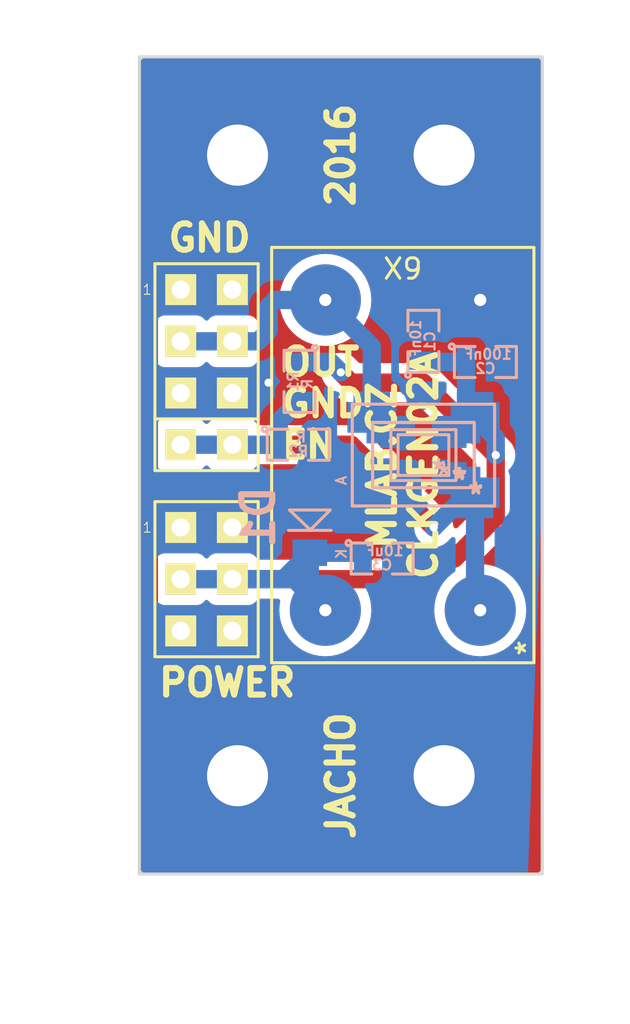
<source format=kicad_pcb>
(kicad_pcb (version 20221018) (generator pcbnew)
  (layers (0 "F.Cu" signal) (31 "B.Cu" signal) (34 "B.Paste" user) (35 "F.Paste" user) (36 "B.SilkS" user "B.Silkscreen") (37 "F.SilkS" user "F.Silkscreen") (38 "B.Mask" user) (39 "F.Mask" user) (44 "Edge.Cuts" user))
  (net 0 "")
  (net 1 "VCC")
  (net 2 "GND")
  (net 3 "/EN")
  (net 4 "/OUT")
  (footprint "Mlab_Pin_Headers:Straight_2x03" (layer "F.Cu") (at 3.556 -14.732)
    (fp_text reference "J1" hide)
    (fp_text value "JUMP_3X2" hide)
    (fp_text user "1" (at -2.921 -2.54) (layer "F.SilkS") (effects (font (size 0.5 0.5) (thickness 0.05))))
    (fp_line (start -2.54 -3.81) (end 2.54 -3.81) (stroke (width 0.15)) (layer "F.SilkS"))
    (fp_line (start -2.54 3.81) (end -2.54 -3.81) (stroke (width 0.15)) (layer "F.SilkS"))
    (fp_line (start 2.54 -3.81) (end 2.54 3.81) (stroke (width 0.15)) (layer "F.SilkS"))
    (fp_line (start 2.54 3.81) (end -2.54 3.81) (stroke (width 0.15)) (layer "F.SilkS"))
    (pad "1" thru_hole rect (at -1.27 -2.54) (size 1.524 1.524) (drill 0.889) (layers "*.Cu" "*.Mask" "F.SilkS") (net 2 "GND"))
    (pad "2" thru_hole rect (at 1.27 -2.54) (size 1.524 1.524) (drill 0.889) (layers "*.Cu" "*.Mask" "F.SilkS") (net 2 "GND"))
    (pad "3" thru_hole rect (at -1.27 0) (size 1.524 1.524) (drill 0.889) (layers "*.Cu" "*.Mask" "F.SilkS") (net 1 "VCC"))
    (pad "4" thru_hole rect (at 1.27 0) (size 1.524 1.524) (drill 0.889) (layers "*.Cu" "*.Mask" "F.SilkS") (net 1 "VCC"))
    (pad "5" thru_hole rect (at -1.27 2.54) (size 1.524 1.524) (drill 0.889) (layers "*.Cu" "*.Mask" "F.SilkS") (net 2 "GND"))
    (pad "6" thru_hole rect (at 1.27 2.54) (size 1.524 1.524) (drill 0.889) (layers "*.Cu" "*.Mask" "F.SilkS") (net 2 "GND"))
  )
  (footprint "Mlab_Pin_Headers:Straight_2x03" (layer "F.Cu") (at 3.556 -26.416)
    (fp_text reference "J3" hide)
    (fp_text value "JUMP_3X2" hide)
    (fp_text user "1" (at -2.921 -2.54) (layer "F.SilkS") (effects (font (size 0.5 0.5) (thickness 0.05))))
    (fp_line (start -2.54 -3.81) (end 2.54 -3.81) (stroke (width 0.15)) (layer "F.SilkS"))
    (fp_line (start -2.54 3.81) (end -2.54 -3.81) (stroke (width 0.15)) (layer "F.SilkS"))
    (fp_line (start 2.54 -3.81) (end 2.54 3.81) (stroke (width 0.15)) (layer "F.SilkS"))
    (fp_line (start 2.54 3.81) (end -2.54 3.81) (stroke (width 0.15)) (layer "F.SilkS"))
    (pad "1" thru_hole rect (at -1.27 -2.54) (size 1.524 1.524) (drill 0.889) (layers "*.Cu" "*.Mask" "F.SilkS") (net 2 "GND"))
    (pad "2" thru_hole rect (at 1.27 -2.54) (size 1.524 1.524) (drill 0.889) (layers "*.Cu" "*.Mask" "F.SilkS") (net 2 "GND"))
    (pad "3" thru_hole rect (at -1.27 0) (size 1.524 1.524) (drill 0.889) (layers "*.Cu" "*.Mask" "F.SilkS") (net 4 "/OUT"))
    (pad "4" thru_hole rect (at 1.27 0) (size 1.524 1.524) (drill 0.889) (layers "*.Cu" "*.Mask" "F.SilkS") (net 4 "/OUT"))
    (pad "5" thru_hole rect (at -1.27 2.54) (size 1.524 1.524) (drill 0.889) (layers "*.Cu" "*.Mask" "F.SilkS") (net 2 "GND"))
    (pad "6" thru_hole rect (at 1.27 2.54) (size 1.524 1.524) (drill 0.889) (layers "*.Cu" "*.Mask" "F.SilkS") (net 2 "GND"))
  )
  (footprint "Mlab_Mechanical:MountingHole_3mm" (layer "F.Cu") (at 5.08 -5.08)
    (fp_text reference "M1" hide)
    (fp_text value "HOLE" hide)
    (pad "1" thru_hole circle (at 0 0) (size 6 6) (drill 3) (layers "*.Cu" "*.Adhes" "*.Mask") (net 2 "GND") (clearance 1))
  )
  (footprint "Mlab_Mechanical:MountingHole_3mm" (layer "F.Cu") (at 5.08 -35.56)
    (fp_text reference "M2" hide)
    (fp_text value "HOLE" hide)
    (pad "1" thru_hole circle (at 0 0) (size 6 6) (drill 3) (layers "*.Cu" "*.Adhes" "*.Mask") (net 2 "GND") (clearance 1))
  )
  (footprint "Mlab_Mechanical:MountingHole_3mm" (layer "F.Cu") (at 15.24 -5.08)
    (fp_text reference "M3" hide)
    (fp_text value "HOLE" hide)
    (pad "1" thru_hole circle (at 0 0) (size 6 6) (drill 3) (layers "*.Cu" "*.Adhes" "*.Mask") (net 2 "GND") (clearance 1))
  )
  (footprint "Mlab_Mechanical:MountingHole_3mm" (layer "F.Cu") (at 15.24 -35.56)
    (fp_text reference "M4" hide)
    (fp_text value "HOLE" hide)
    (pad "1" thru_hole circle (at 0 0) (size 6 6) (drill 3) (layers "*.Cu" "*.Adhes" "*.Mask") (net 2 "GND") (clearance 1))
  )
  (footprint "Mlab_XTAL:OSC-F" (layer "F.Cu") (at 13.208 -20.828 90)
    (fp_text reference "X9" (at 9.144 0 180) (layer "F.SilkS"))
    (fp_text value "OSC-F" hide)
    (fp_text user "*" (at -9.4742 6.1087 90) (layer "F.SilkS"))
    (fp_line (start -10.2 -6.45) (end 10.2 -6.45) (stroke (width 0.15)) (layer "F.SilkS"))
    (fp_line (start -10.2 6.45) (end -10.2 -6.45) (stroke (width 0.15)) (layer "F.SilkS"))
    (fp_line (start 10.2 -6.45) (end 10.2 6.45) (stroke (width 0.15)) (layer "F.SilkS"))
    (fp_line (start 10.2 6.45) (end -10.2 6.45) (stroke (width 0.15)) (layer "F.SilkS"))
    (pad "1" thru_hole circle (at -7.62 3.81 90) (size 3.5 3.5) (drill 0.6) (layers "*.Cu" "*.Mask") (net 3 "/EN"))
    (pad "2" thru_hole circle (at 7.62 3.81 90) (size 3.5 3.5) (drill 0.6) (layers "*.Cu" "*.Mask") (net 2 "GND"))
    (pad "3" thru_hole circle (at 7.62 -3.81 90) (size 3.5 3.5) (drill 0.6) (layers "*.Cu" "*.Mask") (net 4 "/OUT"))
    (pad "4" thru_hole circle (at -7.62 -3.81 90) (size 3.5 3.5) (drill 0.6) (layers "*.Cu" "*.Mask") (net 1 "VCC"))
  )
  (footprint "Mlab_Pin_Headers:Straight_1x02" (layer "F.Cu") (at 3.556 -21.336 90)
    (fp_text reference "J2" hide)
    (fp_text value "JUMP_2x1" hide)
    (fp_line (start -1.27 -2.54) (end 1.27 -2.54) (stroke (width 0.15)) (layer "F.SilkS"))
    (fp_line (start -1.27 2.54) (end -1.27 -2.54) (stroke (width 0.15)) (layer "F.SilkS"))
    (fp_line (start 1.27 -2.54) (end 1.27 2.54) (stroke (width 0.15)) (layer "F.SilkS"))
    (fp_line (start 1.27 2.54) (end -1.27 2.54) (stroke (width 0.15)) (layer "F.SilkS"))
    (pad "1" thru_hole rect (at 0 -1.27 90) (size 1.524 1.524) (drill 0.889) (layers "*.Cu" "*.Mask" "F.SilkS") (net 3 "/EN"))
    (pad "2" thru_hole rect (at 0 1.27 90) (size 1.524 1.524) (drill 0.889) (layers "*.Cu" "*.Mask" "F.SilkS") (net 3 "/EN"))
  )
  (footprint "Mlab_R:SMD-0805" (layer "B.Cu") (at 14.224 -26.416 90)
    (fp_text reference "C1" (at 0 0.3175 90) (layer "B.SilkS") (effects (font (size 0.50038 0.50038) (thickness 0.10922)) (justify mirror)))
    (fp_text value "10nF" (at 0.127 -0.381 90) (layer "B.SilkS") (effects (font (size 0.50038 0.50038) (thickness 0.10922)) (justify mirror)))
    (fp_line (start -1.524 -0.762) (end -1.524 0.762) (stroke (width 0.15)) (layer "B.SilkS"))
    (fp_line (start -1.524 0.762) (end -0.508 0.762) (stroke (width 0.15)) (layer "B.SilkS"))
    (fp_line (start -0.508 -0.762) (end -1.524 -0.762) (stroke (width 0.15)) (layer "B.SilkS"))
    (fp_line (start 0.508 0.762) (end 1.524 0.762) (stroke (width 0.15)) (layer "B.SilkS"))
    (fp_line (start 1.524 -0.762) (end 0.508 -0.762) (stroke (width 0.15)) (layer "B.SilkS"))
    (fp_line (start 1.524 0.762) (end 1.524 -0.762) (stroke (width 0.15)) (layer "B.SilkS"))
    (fp_circle (center -1.651 -0.762) (end -1.651 -0.635) (stroke (width 0.15)) (fill none) (layer "B.SilkS"))
    (pad "1" smd rect (at -0.9525 0 90) (size 0.889 1.397) (layers "B.Cu" "B.Paste" "B.Mask") (net 1 "VCC"))
    (pad "2" smd rect (at 0.9525 0 90) (size 0.889 1.397) (layers "B.Cu" "B.Paste" "B.Mask") (net 2 "GND"))
  )
  (footprint "Mlab_R:SMD-0805" (layer "B.Cu") (at 17.272 -25.4)
    (fp_text reference "C2" (at 0 0.3175) (layer "B.SilkS") (effects (font (size 0.50038 0.50038) (thickness 0.10922)) (justify mirror)))
    (fp_text value "100nF" (at 0.127 -0.381) (layer "B.SilkS") (effects (font (size 0.50038 0.50038) (thickness 0.10922)) (justify mirror)))
    (fp_line (start -1.524 -0.762) (end -1.524 0.762) (stroke (width 0.15)) (layer "B.SilkS"))
    (fp_line (start -1.524 0.762) (end -0.508 0.762) (stroke (width 0.15)) (layer "B.SilkS"))
    (fp_line (start -0.508 -0.762) (end -1.524 -0.762) (stroke (width 0.15)) (layer "B.SilkS"))
    (fp_line (start 0.508 0.762) (end 1.524 0.762) (stroke (width 0.15)) (layer "B.SilkS"))
    (fp_line (start 1.524 -0.762) (end 0.508 -0.762) (stroke (width 0.15)) (layer "B.SilkS"))
    (fp_line (start 1.524 0.762) (end 1.524 -0.762) (stroke (width 0.15)) (layer "B.SilkS"))
    (fp_circle (center -1.651 -0.762) (end -1.651 -0.635) (stroke (width 0.15)) (fill none) (layer "B.SilkS"))
    (pad "1" smd rect (at -0.9525 0) (size 0.889 1.397) (layers "B.Cu" "B.Paste" "B.Mask") (net 1 "VCC"))
    (pad "2" smd rect (at 0.9525 0) (size 0.889 1.397) (layers "B.Cu" "B.Paste" "B.Mask") (net 2 "GND"))
  )
  (footprint "Mlab_R:SMD-0805" (layer "B.Cu") (at 12.192 -15.748)
    (fp_text reference "C3" (at 0 0.3175) (layer "B.SilkS") (effects (font (size 0.50038 0.50038) (thickness 0.10922)) (justify mirror)))
    (fp_text value "10uF" (at 0.127 -0.381) (layer "B.SilkS") (effects (font (size 0.50038 0.50038) (thickness 0.10922)) (justify mirror)))
    (fp_line (start -1.524 -0.762) (end -1.524 0.762) (stroke (width 0.15)) (layer "B.SilkS"))
    (fp_line (start -1.524 0.762) (end -0.508 0.762) (stroke (width 0.15)) (layer "B.SilkS"))
    (fp_line (start -0.508 -0.762) (end -1.524 -0.762) (stroke (width 0.15)) (layer "B.SilkS"))
    (fp_line (start 0.508 0.762) (end 1.524 0.762) (stroke (width 0.15)) (layer "B.SilkS"))
    (fp_line (start 1.524 -0.762) (end 0.508 -0.762) (stroke (width 0.15)) (layer "B.SilkS"))
    (fp_line (start 1.524 0.762) (end 1.524 -0.762) (stroke (width 0.15)) (layer "B.SilkS"))
    (fp_circle (center -1.651 -0.762) (end -1.651 -0.635) (stroke (width 0.15)) (fill none) (layer "B.SilkS"))
    (pad "1" smd rect (at -0.9525 0) (size 0.889 1.397) (layers "B.Cu" "B.Paste" "B.Mask") (net 1 "VCC"))
    (pad "2" smd rect (at 0.9525 0) (size 0.889 1.397) (layers "B.Cu" "B.Paste" "B.Mask") (net 2 "GND"))
  )
  (footprint "Mlab_D:Diode-MiniMELF_Standard" (layer "B.Cu") (at 8.636 -17.78 -90)
    (fp_text reference "D1" (at 0 2.54 270) (layer "B.SilkS") (effects (font (size 1.524 1.524) (thickness 0.3048)) (justify mirror)))
    (fp_text value "BZV55C" hide)
    (fp_text user "A" (at -1.80086 -1.5494 270) (layer "B.SilkS") (effects (font (size 0.50038 0.50038) (thickness 0.09906)) (justify mirror)))
    (fp_text user "K" (at 1.80086 -1.5494 270) (layer "B.SilkS") (effects (font (size 0.50038 0.50038) (thickness 0.09906)) (justify mirror)))
    (fp_line (start -0.35052 -1.00076) (end 0.65024 0) (stroke (width 0.15)) (layer "B.SilkS"))
    (fp_line (start -0.35052 1.00076) (end -0.35052 -1.00076) (stroke (width 0.15)) (layer "B.SilkS"))
    (fp_line (start 0.65024 -0.0508) (end -0.35052 1.00076) (stroke (width 0.15)) (layer "B.SilkS"))
    (fp_line (start 0.65024 1.04902) (end 0.65024 -1.04902) (stroke (width 0.15)) (layer "B.SilkS"))
    (pad "1" smd rect (at 1.75006 0 270) (size 1.30048 1.69926) (layers "B.Cu" "B.Paste" "B.Mask") (net 1 "VCC"))
    (pad "2" smd rect (at -1.75006 0 270) (size 1.30048 1.69926) (layers "B.Cu" "B.Paste" "B.Mask") (net 2 "GND"))
  )
  (footprint "Mlab_R:SMD-0805" (layer "B.Cu") (at 8.128 -24.4475 -90)
    (fp_text reference "R1" (at 0 0.3175 270) (layer "B.SilkS") (effects (font (size 0.50038 0.50038) (thickness 0.10922)) (justify mirror)))
    (fp_text value "R" (at 0.127 -0.381 270) (layer "B.SilkS") (effects (font (size 0.50038 0.50038) (thickness 0.10922)) (justify mirror)))
    (fp_line (start -1.524 -0.762) (end -1.524 0.762) (stroke (width 0.15)) (layer "B.SilkS"))
    (fp_line (start -1.524 0.762) (end -0.508 0.762) (stroke (width 0.15)) (layer "B.SilkS"))
    (fp_line (start -0.508 -0.762) (end -1.524 -0.762) (stroke (width 0.15)) (layer "B.SilkS"))
    (fp_line (start 0.508 0.762) (end 1.524 0.762) (stroke (width 0.15)) (layer "B.SilkS"))
    (fp_line (start 1.524 -0.762) (end 0.508 -0.762) (stroke (width 0.15)) (layer "B.SilkS"))
    (fp_line (start 1.524 0.762) (end 1.524 -0.762) (stroke (width 0.15)) (layer "B.SilkS"))
    (fp_circle (center -1.651 -0.762) (end -1.651 -0.635) (stroke (width 0.15)) (fill none) (layer "B.SilkS"))
    (pad "1" smd rect (at -0.9525 0 270) (size 0.889 1.397) (layers "B.Cu" "B.Paste" "B.Mask") (net 1 "VCC"))
    (pad "2" smd rect (at 0.9525 0 270) (size 0.889 1.397) (layers "B.Cu" "B.Paste" "B.Mask") (net 3 "/EN"))
  )
  (footprint "Mlab_R:SMD-0805" (layer "B.Cu") (at 8.0645 -21.336)
    (fp_text reference "R2" (at 0 0.3175) (layer "B.SilkS") (effects (font (size 0.50038 0.50038) (thickness 0.10922)) (justify mirror)))
    (fp_text value "R" (at 0.127 -0.381) (layer "B.SilkS") (effects (font (size 0.50038 0.50038) (thickness 0.10922)) (justify mirror)))
    (fp_line (start -1.524 -0.762) (end -1.524 0.762) (stroke (width 0.15)) (layer "B.SilkS"))
    (fp_line (start -1.524 0.762) (end -0.508 0.762) (stroke (width 0.15)) (layer "B.SilkS"))
    (fp_line (start -0.508 -0.762) (end -1.524 -0.762) (stroke (width 0.15)) (layer "B.SilkS"))
    (fp_line (start 0.508 0.762) (end 1.524 0.762) (stroke (width 0.15)) (layer "B.SilkS"))
    (fp_line (start 1.524 -0.762) (end 0.508 -0.762) (stroke (width 0.15)) (layer "B.SilkS"))
    (fp_line (start 1.524 0.762) (end 1.524 -0.762) (stroke (width 0.15)) (layer "B.SilkS"))
    (fp_circle (center -1.651 -0.762) (end -1.651 -0.635) (stroke (width 0.15)) (fill none) (layer "B.SilkS"))
    (pad "1" smd rect (at -0.9525 0) (size 0.889 1.397) (layers "B.Cu" "B.Paste" "B.Mask") (net 3 "/EN"))
    (pad "2" smd rect (at 0.9525 0) (size 0.889 1.397) (layers "B.Cu" "B.Paste" "B.Mask") (net 2 "GND"))
  )
  (footprint "Mlab_XTAL:ASFL1" (layer "B.Cu") (at 14.224 -20.828 180)
    (fp_text reference "X1" hide)
    (fp_text value "ASFL1, ASFLK" hide)
    (fp_text user "*" (at -1.7399 -1.1938 180) (layer "B.SilkS") (effects (justify mirror)))
    (fp_line (start -2.5 -1.6) (end -2.5 1.6) (stroke (width 0.15)) (layer "B.SilkS"))
    (fp_line (start -2.5 1.6) (end 2.5 1.6) (stroke (width 0.15)) (layer "B.SilkS"))
    (fp_line (start 2.5 -1.6) (end -2.5 -1.6) (stroke (width 0.15)) (layer "B.SilkS"))
    (fp_line (start 2.5 1.6) (end 2.5 -1.6) (stroke (width 0.15)) (layer "B.SilkS"))
    (pad "1" smd rect (at -1.27 -1.1 180) (size 1.7 1.5) (layers "B.Cu" "B.Paste" "B.Mask") (net 3 "/EN"))
    (pad "2" smd rect (at 1.27 -1.1 180) (size 1.7 1.5) (layers "B.Cu" "B.Paste" "B.Mask") (net 2 "GND"))
    (pad "3" smd rect (at 1.27 1.1 180) (size 1.7 1.5) (layers "B.Cu" "B.Paste" "B.Mask") (net 4 "/OUT"))
    (pad "4" smd rect (at -1.27 1.1 180) (size 1.7 1.5) (layers "B.Cu" "B.Paste" "B.Mask") (net 1 "VCC"))
  )
  (footprint "Mlab_XTAL:CFPS-72,73" (layer "B.Cu") (at 14.224 -20.828 180)
    (fp_text reference "X2" hide)
    (fp_text value "CFPS-72,CFPS-73" hide)
    (fp_text user "*" (at -2.5781 -1.905 180) (layer "B.SilkS") (effects (justify mirror)))
    (fp_line (start -3.5 -2.5) (end -3.5 2.5) (stroke (width 0.15)) (layer "B.SilkS"))
    (fp_line (start -3.5 2.5) (end 3.5 2.5) (stroke (width 0.15)) (layer "B.SilkS"))
    (fp_line (start 3.5 -2.5) (end -3.5 -2.5) (stroke (width 0.15)) (layer "B.SilkS"))
    (fp_line (start 3.5 2.5) (end 3.5 -2.5) (stroke (width 0.15)) (layer "B.SilkS"))
    (pad "1" smd rect (at -2.54 -2.1 180) (size 1.8 2) (layers "B.Cu" "B.Paste" "B.Mask") (net 3 "/EN"))
    (pad "2" smd rect (at 2.54 -2.1 180) (size 1.8 2) (layers "B.Cu" "B.Paste" "B.Mask") (net 2 "GND"))
    (pad "3" smd rect (at 2.54 2.1 180) (size 1.8 2) (layers "B.Cu" "B.Paste" "B.Mask") (net 4 "/OUT"))
    (pad "4" smd rect (at -2.54 2.1 180) (size 1.8 2) (layers "B.Cu" "B.Paste" "B.Mask") (net 1 "VCC"))
  )
  (footprint "Mlab_XTAL:ISM92" (layer "B.Cu") (at 14.224 -20.828 180)
    (fp_text reference "X3" hide)
    (fp_text value "ISM92" hide)
    (fp_text user "*" (at -1.8034 -1.2065 180) (layer "B.SilkS") (effects (justify mirror)))
    (fp_line (start -2.5 -1.6) (end -2.5 1.6) (stroke (width 0.15)) (layer "B.SilkS"))
    (fp_line (start -2.5 1.6) (end 2.5 1.6) (stroke (width 0.15)) (layer "B.SilkS"))
    (fp_line (start 2.5 -1.6) (end -2.5 -1.6) (stroke (width 0.15)) (layer "B.SilkS"))
    (fp_line (start 2.5 1.6) (end 2.5 -1.6) (stroke (width 0.15)) (layer "B.SilkS"))
    (pad "1" smd rect (at -1.45 -1.25 180) (size 1.6 1.35) (layers "B.Cu" "B.Paste" "B.Mask") (net 3 "/EN"))
    (pad "2" smd rect (at 1.45 -1.25 180) (size 1.6 1.35) (layers "B.Cu" "B.Paste" "B.Mask") (net 2 "GND"))
    (pad "3" smd rect (at 1.45 1.25 180) (size 1.6 1.35) (layers "B.Cu" "B.Paste" "B.Mask") (net 4 "/OUT"))
    (pad "4" smd rect (at -1.45 1.25 180) (size 1.6 1.35) (layers "B.Cu" "B.Paste" "B.Mask") (net 1 "VCC"))
  )
  (footprint "Mlab_XTAL:ISM97" (layer "B.Cu") (at 14.224 -20.828 180)
    (fp_text reference "X4" hide)
    (fp_text value "ISM97" hide)
    (fp_text user "*" (at -1.0033 -1.0033 180) (layer "B.SilkS") (effects (justify mirror)))
    (fp_line (start -1.6 -1.25) (end -1.6 1.25) (stroke (width 0.15)) (layer "B.SilkS"))
    (fp_line (start -1.6 1.25) (end 1.6 1.25) (stroke (width 0.15)) (layer "B.SilkS"))
    (fp_line (start 1.6 -1.25) (end -1.6 -1.25) (stroke (width 0.15)) (layer "B.SilkS"))
    (fp_line (start 1.6 1.25) (end 1.6 -1.25) (stroke (width 0.15)) (layer "B.SilkS"))
    (pad "1" smd rect (at -1.3 -1 180) (size 1.4 1.3) (layers "B.Cu" "B.Paste" "B.Mask") (net 3 "/EN"))
    (pad "2" smd rect (at 1.3 -1 180) (size 1.4 1.3) (layers "B.Cu" "B.Paste" "B.Mask") (net 2 "GND"))
    (pad "3" smd rect (at 1.3 1 180) (size 1.4 1.3) (layers "B.Cu" "B.Paste" "B.Mask") (net 4 "/OUT"))
    (pad "4" smd rect (at -1.3 1 180) (size 1.4 1.3) (layers "B.Cu" "B.Paste" "B.Mask") (net 1 "VCC"))
  )
  (footprint "Mlab_XTAL:I533_1534_1733_1734" (layer "B.Cu") (at 14.224 -20.828 180)
    (fp_text reference "X6" hide)
    (fp_text value "I533_I534_I733_I734_Series" hide)
    (fp_text user "*" (at -1.7653 -1.2827 180) (layer "B.SilkS") (effects (justify mirror)))
    (fp_line (start -2.5 -1.6) (end -2.5 1.6) (stroke (width 0.15)) (layer "B.SilkS"))
    (fp_line (start -2.5 1.6) (end 2.5 1.6) (stroke (width 0.15)) (layer "B.SilkS"))
    (fp_line (start 2.5 -1.6) (end -2.5 -1.6) (stroke (width 0.15)) (layer "B.SilkS"))
    (fp_line (start 2.5 1.6) (end 2.5 -1.6) (stroke (width 0.15)) (layer "B.SilkS"))
    (pad "1" smd rect (at -2 -1.25 180) (size 1.6 1.35) (layers "B.Cu" "B.Paste" "B.Mask") (net 3 "/EN"))
    (pad "2" smd rect (at 2 -1.25 180) (size 1.6 1.35) (layers "B.Cu" "B.Paste" "B.Mask") (net 2 "GND"))
    (pad "3" smd rect (at 2 1.25 180) (size 1.6 1.35) (layers "B.Cu" "B.Paste" "B.Mask") (net 4 "/OUT"))
    (pad "4" smd rect (at -2 1.25 180) (size 1.6 1.35) (layers "B.Cu" "B.Paste" "B.Mask") (net 1 "VCC"))
  )
  (footprint "Mlab_XTAL:ISM81" (layer "B.Cu") (at 14.224 -20.828 180)
    (fp_text reference "X7" hide)
    (fp_text value "ISM81" hide)
    (fp_text user "*" (at -2.5781 -1.9812 180) (layer "B.SilkS") (effects (justify mirror)))
    (fp_line (start -3.5 -2.5) (end -3.5 2.5) (stroke (width 0.15)) (layer "B.SilkS"))
    (fp_line (start -3.5 2.5) (end 3.5 2.5) (stroke (width 0.15)) (layer "B.SilkS"))
    (fp_line (start 3.5 -2.5) (end -3.5 -2.5) (stroke (width 0.15)) (layer "B.SilkS"))
    (fp_line (start 3.5 2.5) (end 3.5 -2.5) (stroke (width 0.15)) (layer "B.SilkS"))
    (pad "1" smd rect (at -2.54 -1.85 180) (size 2.4 1.5) (layers "B.Cu" "B.Paste" "B.Mask") (net 3 "/EN"))
    (pad "2" smd rect (at 2.54 -1.85 180) (size 2.4 1.5) (layers "B.Cu" "B.Paste" "B.Mask") (net 2 "GND"))
    (pad "3" smd rect (at 2.54 1.85 180) (size 2.4 1.5) (layers "B.Cu" "B.Paste" "B.Mask") (net 4 "/OUT"))
    (pad "4" smd rect (at -2.54 1.85 180) (size 2.4 1.5) (layers "B.Cu" "B.Paste" "B.Mask") (net 1 "VCC"))
  )
  (footprint "Mlab_XTAL:ISM95" (layer "B.Cu") (at 14.224 -20.828 180)
    (fp_text reference "X8" hide)
    (fp_text value "ISM95" hide)
    (fp_text user "*" (at -0.7493 -0.762 180) (layer "B.SilkS") (effects (justify mirror)))
    (fp_line (start -1.25 -1) (end -1.25 1) (stroke (width 0.15)) (layer "B.SilkS"))
    (fp_line (start -1.25 1) (end 1.25 1) (stroke (width 0.15)) (layer "B.SilkS"))
    (fp_line (start 1.25 -1) (end -1.25 -1) (stroke (width 0.15)) (layer "B.SilkS"))
    (fp_line (start 1.25 1) (end 1.25 -1) (stroke (width 0.15)) (layer "B.SilkS"))
    (pad "1" smd rect (at -0.825 -0.625 180) (size 0.9 0.8) (layers "B.Cu" "B.Paste" "B.Mask") (net 3 "/EN"))
    (pad "2" smd rect (at 0.825 -0.625 180) (size 0.9 0.8) (layers "B.Cu" "B.Paste" "B.Mask") (net 2 "GND"))
    (pad "3" smd rect (at 0.825 0.625 180) (size 0.9 0.8) (layers "B.Cu" "B.Paste" "B.Mask") (net 4 "/OUT"))
    (pad "4" smd rect (at -0.825 0.625 180) (size 0.9 0.8) (layers "B.Cu" "B.Paste" "B.Mask") (net 1 "VCC"))
  )
  (gr_line (start 20.066 -0.254) (end 20.066 -40.386) (stroke (width 0.15)) (layer "Edge.Cuts"))
  (gr_line (start 0.254 -40.386) (end 20.066 -40.386) (stroke (width 0.15)) (layer "Edge.Cuts"))
  (gr_line (start 0.254 -0.254) (end 20.066 -0.254) (stroke (width 0.15)) (layer "Edge.Cuts"))
  (gr_line (start 0.254 -40.386) (end 0.254 -0.254) (stroke (width 0.15)) (layer "Edge.Cuts"))
  (gr_text "POWER" (at 4.572 -9.652) (layer "F.SilkS") (effects (font (size 1.3 1.3) (thickness 0.3))))
  (gr_text "CLKGEN02A" (at 14.224 -20.32 90) (layer "F.SilkS") (effects (font (size 1.3 1.3) (thickness 0.3))))
  (gr_text "MLAB.CZ" (at 12.192 -20.32 90) (layer "F.SilkS") (effects (font (size 1.3 1.3) (thickness 0.3))))
  (gr_text "EN" (at 7.112 -21.336) (layer "F.SilkS") (effects (font (size 1.3 1.3) (thickness 0.3)) (justify left)))
  (gr_text "OUT" (at 7.112 -25.4) (layer "F.SilkS") (effects (font (size 1.3 1.3) (thickness 0.3)) (justify left)))
  (gr_text "JACHO" (at 10.16 -5.08 90) (layer "F.SilkS") (effects (font (size 1.3 1.3) (thickness 0.3))))
  (gr_text "GND" (at 7.112 -23.368) (layer "F.SilkS") (effects (font (size 1.3 1.3) (thickness 0.3)) (justify left)))
  (gr_text "2016" (at 10.16 -35.56 90) (layer "F.SilkS") (effects (font (size 1.3 1.3) (thickness 0.3))))
  (gr_text "GND" (at 1.524 -31.496) (layer "F.SilkS") (effects (font (size 1.3 1.3) (thickness 0.3)) (justify left)))
  (segment (start 13.747648 -14.732) (end 14.763648 -15.748) (width 0.9) (layer "F.Cu") (net 1))
  (segment (start 17.78 -17.78) (end 17.78 -20.828) (width 0.9) (layer "F.Cu") (net 1))
  (segment (start 15.832009 -15.832009) (end 17.78 -17.78) (width 0.9) (layer "F.Cu") (net 1))
  (segment (start 4.826 -14.732) (end 13.747648 -14.732) (width 0.9) (layer "F.Cu") (net 1))
  (segment (start 10.16 -24.892) (end 10.668 -24.384) (width 0.9) (layer "F.Cu") (net 1))
  (segment (start 15.748 -15.748) (end 15.832009 -15.832009) (width 0.9) (layer "F.Cu") (net 1))
  (segment (start 14.763648 -15.748) (end 15.748 -15.748) (width 0.9) (layer "F.Cu") (net 1))
  (segment (start 14.224 -24.384) (end 17.78 -20.828) (width 0.9) (layer "F.Cu") (net 1))
  (segment (start 10.668 -24.384) (end 14.224 -24.384) (width 0.9) (layer "F.Cu") (net 1))
  (via (at 17.78 -20.828) (size 0.6) (drill 0.4) (layers "F.Cu" "B.Cu") (net 1))
  (via (at 17.78 -20.828) (size 0.8) (drill 0.4) (layers "F.Cu" "B.Cu") (net 1))
  (via (at 10.16 -24.892) (size 0.8) (drill 0.4) (layers "F.Cu" "B.Cu") (net 1))
  (segment (start 16.3195 -25.4) (end 14.2875 -25.4) (width 0.9) (layer "B.Cu") (net 1))
  (segment (start 16.3195 -25.4) (end 16.3195 -23.1225) (width 0.9) (layer "B.Cu") (net 1))
  (segment (start 17.78 -21.662) (end 16.764 -22.678) (width 0.9) (layer "B.Cu") (net 1))
  (segment (start 7.874 -14.732) (end 9.398 -13.208) (width 0.9) (layer "B.Cu") (net 1))
  (segment (start 2.286 -14.732) (end 4.826 -14.732) (width 0.9) (layer "B.Cu") (net 1))
  (segment (start 8.128 -25.4) (end 9.652 -25.4) (width 0.9) (layer "B.Cu") (net 1))
  (segment (start 7.33806 -14.732) (end 8.636 -16.02994) (width 0.9) (layer "B.Cu") (net 1))
  (segment (start 14.2875 -25.4) (end 14.224 -25.4635) (width 0.9) (layer "B.Cu") (net 1))
  (segment (start 4.826 -14.732) (end 7.874 -14.732) (width 0.9) (layer "B.Cu") (net 1))
  (segment (start 16.3195 -23.1225) (end 16.764 -22.678) (width 0.9) (layer "B.Cu") (net 1))
  (segment (start 4.826 -14.732) (end 7.33806 -14.732) (width 0.9) (layer "B.Cu") (net 1))
  (segment (start 8.636 -16.02994) (end 8.636 -13.97) (width 0.9) (layer "B.Cu") (net 1))
  (segment (start 8.636 -16.02994) (end 10.95756 -16.02994) (width 0.9) (layer "B.Cu") (net 1))
  (segment (start 17.78 -20.828) (end 17.78 -21.662) (width 0.9) (layer "B.Cu") (net 1))
  (segment (start 9.652 -25.4) (end 10.16 -24.892) (width 0.9) (layer "B.Cu") (net 1))
  (segment (start 8.636 -13.97) (end 9.398 -13.208) (width 0.9) (layer "B.Cu") (net 1))
  (segment (start 10.95756 -16.02994) (end 11.2395 -15.748) (width 0.9) (layer "B.Cu") (net 1))
  (segment (start 1.016 -19.604) (end 2.286 -18.334) (width 0.3) (layer "F.Cu") (net 2))
  (segment (start 1.016 -17.064) (end 1.016 -12.4) (width 0.3) (layer "F.Cu") (net 2))
  (segment (start 1.016 -23.668) (end 1.016 -19.604) (width 0.3) (layer "F.Cu") (net 2))
  (segment (start 1.016 -12.4) (end 1.224 -12.192) (width 0.3) (layer "F.Cu") (net 2))
  (segment (start 2.286 -17.272) (end 1.224 -17.272) (width 0.3) (layer "F.Cu") (net 2))
  (segment (start 2.286 -28.956) (end 1.224 -28.956) (width 0.3) (layer "F.Cu") (net 2))
  (segment (start 4.826 -23.876) (end 6.096 -23.876) (width 0.9) (layer "F.Cu") (net 2))
  (segment (start 1.224 -17.272) (end 1.016 -17.064) (width 0.3) (layer "F.Cu") (net 2))
  (segment (start 6.096 -23.876) (end 6.604 -24.384) (width 0.9) (layer "F.Cu") (net 2))
  (segment (start 1.016 -28.748) (end 1.016 -24.084) (width 0.3) (layer "F.Cu") (net 2))
  (segment (start 1.016 -24.084) (end 1.224 -23.876) (width 0.3) (layer "F.Cu") (net 2))
  (segment (start 1.224 -23.876) (end 2.286 -23.876) (width 0.3) (layer "F.Cu") (net 2))
  (segment (start 1.224 -23.876) (end 1.016 -23.668) (width 0.3) (layer "F.Cu") (net 2))
  (segment (start 1.224 -12.192) (end 2.286 -12.192) (width 0.3) (layer "F.Cu") (net 2))
  (segment (start 1.224 -28.956) (end 1.016 -28.748) (width 0.3) (layer "F.Cu") (net 2))
  (segment (start 2.286 -18.334) (end 2.286 -17.272) (width 0.3) (layer "F.Cu") (net 2))
  (via (at 6.604 -24.384) (size 0.8) (drill 0.4) (layers "F.Cu" "B.Cu") (net 2))
  (segment (start 12.224 -19.578) (end 12.224 -19.518) (width 0.9) (layer "B.Cu") (net 2))
  (segment (start 1.224 -28.956) (end 2.286 -28.956) (width 0.3) (layer "B.Cu") (net 2))
  (segment (start 1.224 -23.876) (end 1.016 -23.668) (width 0.3) (layer "B.Cu") (net 2))
  (segment (start 1.016 -28.748) (end 1.224 -28.956) (width 0.3) (layer "B.Cu") (net 2))
  (segment (start 1.016 -19.604) (end 2.286 -18.334) (width 0.3) (layer "B.Cu") (net 2))
  (segment (start 2.286 -23.876) (end 1.224 -23.876) (width 0.3) (layer "B.Cu") (net 2))
  (segment (start 1.224 -23.876) (end 1.016 -24.084) (width 0.3) (layer "B.Cu") (net 2))
  (segment (start 1.016 -24.084) (end 1.016 -28.748) (width 0.3) (layer "B.Cu") (net 2))
  (segment (start 12.224 -19.518) (end 11.684 -18.978) (width 0.9) (layer "B.Cu") (net 2))
  (segment (start 1.016 -23.668) (end 1.016 -19.604) (width 0.3) (layer "B.Cu") (net 2))
  (segment (start 2.286 -18.334) (end 2.286 -17.272) (width 0.3) (layer "B.Cu") (net 2))
  (segment (start 14.732 -17.272) (end 10.668 -21.336) (width 0.9) (layer "F.Cu") (net 3))
  (segment (start 10.668 -21.336) (end 4.826 -21.336) (width 0.9) (layer "F.Cu") (net 3))
  (via (at 14.732 -17.272) (size 0.8) (drill 0.4) (layers "F.Cu" "B.Cu") (net 3))
  (segment (start 7.112 -21.336) (end 4.826 -21.336) (width 0.9) (layer "B.Cu") (net 3))
  (segment (start 16.764 -13.462) (end 17.018 -13.208) (width 0.9) (layer "B.Cu") (net 3))
  (segment (start 4.826 -21.336) (end 2.286 -21.336) (width 0.9) (layer "B.Cu") (net 3))
  (segment (start 16.764 -18.978) (end 16.764 -13.462) (width 0.9) (layer "B.Cu") (net 3))
  (segment (start 7.112 -21.336) (end 7.112 -22.479) (width 0.9) (layer "B.Cu") (net 3))
  (segment (start 16.438 -18.978) (end 14.732 -17.272) (width 0.9) (layer "B.Cu") (net 3))
  (segment (start 7.112 -22.479) (end 8.128 -23.495) (width 0.9) (layer "B.Cu") (net 3))
  (segment (start 16.764 -18.978) (end 16.438 -18.978) (width 0.9) (layer "B.Cu") (net 3))
  (segment (start 4.826 -26.416) (end 2.286 -26.416) (width 0.9) (layer "B.Cu") (net 4))
  (segment (start 6.923127 -28.448) (end 6.604 -28.128873) (width 0.9) (layer "B.Cu") (net 4))
  (segment (start 6.604 -28.128873) (end 6.604 -26.924) (width 0.9) (layer "B.Cu") (net 4))
  (segment (start 6.604 -26.924) (end 6.096 -26.416) (width 0.9) (layer "B.Cu") (net 4))
  (segment (start 6.096 -26.416) (end 4.826 -26.416) (width 0.9) (layer "B.Cu") (net 4))
  (segment (start 9.398 -28.448) (end 6.923127 -28.448) (width 0.9) (layer "B.Cu") (net 4))
  (segment (start 11.684 -22.678) (end 11.684 -26.162) (width 0.9) (layer "B.Cu") (net 4))
  (segment (start 11.684 -26.162) (end 9.398 -28.448) (width 0.9) (layer "B.Cu") (net 4))
  (zone (net 2) (net_name "GND") (layer "F.Cu") (connect_pads yes (clearance 0.508)) (min_thickness 0.254) (fill yes (thermal_gap 0.508) (thermal_bridge_width 0.508))
    (polygon (pts (xy 21.844 7.112) (xy -6.604 4.064) (xy -2.54 -42.672) (xy 24.384 -43.18)))
  )
  (zone (net 2) (net_name "GND") (layer "B.Cu") (connect_pads yes (clearance 0.508)) (min_thickness 0.254) (fill yes (thermal_gap 0.508) (thermal_bridge_width 0.508))
    (polygon (pts (xy -1.016 -41.148) (xy 20.828 -41.148) (xy 19.304 1.524) (xy -2.032 2.032)))
  )
)
</source>
